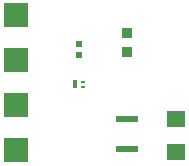
<source format=gbr>
G04 EAGLE Gerber RS-274X export*
G75*
%MOMM*%
%FSLAX34Y34*%
%LPD*%
%INSolderpaste Top*%
%IPPOS*%
%AMOC8*
5,1,8,0,0,1.08239X$1,22.5*%
G01*
G04 Define Apertures*
%ADD10R,0.620000X0.560000*%
%ADD11R,1.900000X0.500000*%
%ADD12R,2.000000X2.000000*%
%ADD13R,0.400000X0.250000*%
%ADD14R,0.400000X0.700000*%
%ADD15R,0.950000X0.900000*%
%ADD16R,1.500000X1.400000*%
D10*
X78740Y131090D03*
X78740Y140690D03*
D11*
X118760Y77120D03*
X118760Y52120D03*
D12*
X25400Y127000D03*
D13*
X82240Y104430D03*
X82240Y108930D03*
D14*
X75240Y106680D03*
D15*
X119380Y134240D03*
X119380Y150240D03*
D12*
X25400Y88900D03*
X25400Y50800D03*
D16*
X160220Y77490D03*
X160220Y49490D03*
D12*
X25400Y165100D03*
M02*

</source>
